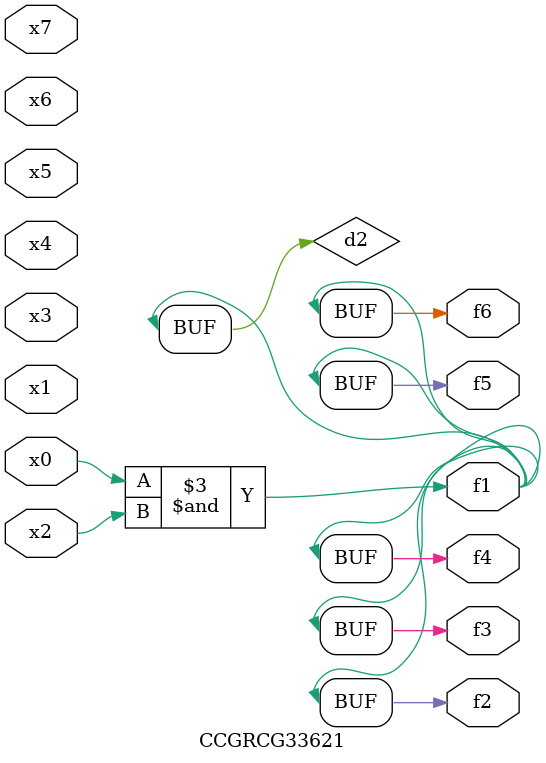
<source format=v>
module CCGRCG33621(
	input x0, x1, x2, x3, x4, x5, x6, x7,
	output f1, f2, f3, f4, f5, f6
);

	wire d1, d2;

	nor (d1, x3, x6);
	and (d2, x0, x2);
	assign f1 = d2;
	assign f2 = d2;
	assign f3 = d2;
	assign f4 = d2;
	assign f5 = d2;
	assign f6 = d2;
endmodule

</source>
